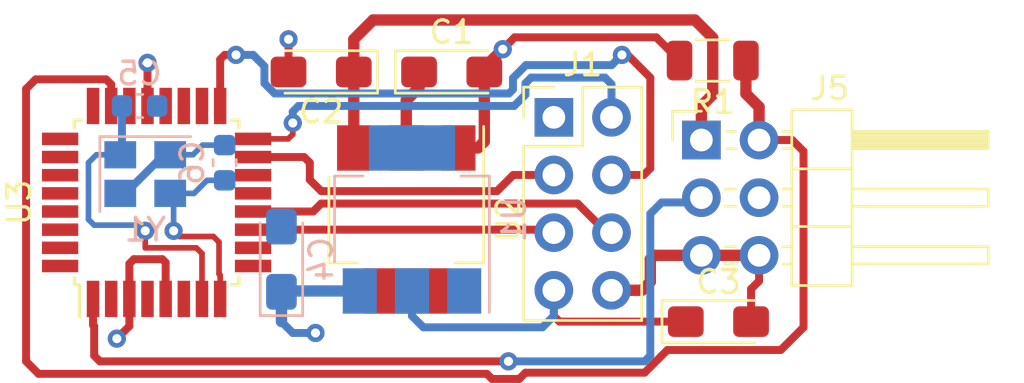
<source format=kicad_pcb>
(kicad_pcb (version 20171130) (host pcbnew 5.1.7-a382d34a8~87~ubuntu18.04.1)

  (general
    (thickness 1.6)
    (drawings 0)
    (tracks 176)
    (zones 0)
    (modules 13)
    (nets 32)
  )

  (page A4)
  (layers
    (0 F.Cu signal)
    (31 B.Cu signal)
    (32 B.Adhes user)
    (33 F.Adhes user)
    (34 B.Paste user)
    (35 F.Paste user)
    (36 B.SilkS user)
    (37 F.SilkS user)
    (38 B.Mask user)
    (39 F.Mask user)
    (40 Dwgs.User user)
    (41 Cmts.User user)
    (42 Eco1.User user)
    (43 Eco2.User user)
    (44 Edge.Cuts user)
    (45 Margin user)
    (46 B.CrtYd user)
    (47 F.CrtYd user)
    (48 B.Fab user)
    (49 F.Fab user)
  )

  (setup
    (last_trace_width 0.35)
    (user_trace_width 0.35)
    (user_trace_width 0.5)
    (trace_clearance 0.2)
    (zone_clearance 0.35)
    (zone_45_only no)
    (trace_min 0.2)
    (via_size 0.8)
    (via_drill 0.4)
    (via_min_size 0.4)
    (via_min_drill 0.3)
    (uvia_size 0.3)
    (uvia_drill 0.1)
    (uvias_allowed no)
    (uvia_min_size 0.2)
    (uvia_min_drill 0.1)
    (edge_width 0.05)
    (segment_width 0.2)
    (pcb_text_width 0.3)
    (pcb_text_size 1.5 1.5)
    (mod_edge_width 0.12)
    (mod_text_size 1 1)
    (mod_text_width 0.15)
    (pad_size 1.4 1.2)
    (pad_drill 0)
    (pad_to_mask_clearance 0)
    (aux_axis_origin 0 0)
    (visible_elements FFFFFF7F)
    (pcbplotparams
      (layerselection 0x010fc_ffffffff)
      (usegerberextensions false)
      (usegerberattributes true)
      (usegerberadvancedattributes true)
      (creategerberjobfile true)
      (excludeedgelayer true)
      (linewidth 0.100000)
      (plotframeref false)
      (viasonmask false)
      (mode 1)
      (useauxorigin false)
      (hpglpennumber 1)
      (hpglpenspeed 20)
      (hpglpendiameter 15.000000)
      (psnegative false)
      (psa4output false)
      (plotreference true)
      (plotvalue true)
      (plotinvisibletext false)
      (padsonsilk false)
      (subtractmaskfromsilk false)
      (outputformat 1)
      (mirror false)
      (drillshape 1)
      (scaleselection 1)
      (outputdirectory ""))
  )

  (net 0 "")
  (net 1 "Net-(C1-Pad1)")
  (net 2 GND)
  (net 3 +5V)
  (net 4 "Net-(C3-Pad1)")
  (net 5 "Net-(C5-Pad2)")
  (net 6 "Net-(C6-Pad2)")
  (net 7 "Net-(J1-Pad1)")
  (net 8 "Net-(J1-Pad2)")
  (net 9 "Net-(J1-Pad3)")
  (net 10 "Net-(J1-Pad4)")
  (net 11 "Net-(J1-Pad5)")
  (net 12 "Net-(J1-Pad6)")
  (net 13 "Net-(J5-Pad2)")
  (net 14 "Net-(J5-Pad3)")
  (net 15 "Net-(U3-Pad2)")
  (net 16 "Net-(U3-Pad9)")
  (net 17 "Net-(U3-Pad10)")
  (net 18 "Net-(U3-Pad13)")
  (net 19 "Net-(U3-Pad14)")
  (net 20 "Net-(U3-Pad19)")
  (net 21 "Net-(U3-Pad20)")
  (net 22 "Net-(U3-Pad22)")
  (net 23 "Net-(U3-Pad24)")
  (net 24 "Net-(U3-Pad25)")
  (net 25 "Net-(U3-Pad26)")
  (net 26 "Net-(U3-Pad27)")
  (net 27 "Net-(U3-Pad28)")
  (net 28 "Net-(U3-Pad29)")
  (net 29 "Net-(U3-Pad30)")
  (net 30 "Net-(U3-Pad31)")
  (net 31 "Net-(U3-Pad32)")

  (net_class Default "This is the default net class."
    (clearance 0.2)
    (trace_width 0.25)
    (via_dia 0.8)
    (via_drill 0.4)
    (uvia_dia 0.3)
    (uvia_drill 0.1)
    (add_net +5V)
    (add_net GND)
    (add_net "Net-(C1-Pad1)")
    (add_net "Net-(C3-Pad1)")
    (add_net "Net-(C5-Pad2)")
    (add_net "Net-(C6-Pad2)")
    (add_net "Net-(J1-Pad1)")
    (add_net "Net-(J1-Pad2)")
    (add_net "Net-(J1-Pad3)")
    (add_net "Net-(J1-Pad4)")
    (add_net "Net-(J1-Pad5)")
    (add_net "Net-(J1-Pad6)")
    (add_net "Net-(J5-Pad2)")
    (add_net "Net-(J5-Pad3)")
    (add_net "Net-(U3-Pad10)")
    (add_net "Net-(U3-Pad13)")
    (add_net "Net-(U3-Pad14)")
    (add_net "Net-(U3-Pad19)")
    (add_net "Net-(U3-Pad2)")
    (add_net "Net-(U3-Pad20)")
    (add_net "Net-(U3-Pad22)")
    (add_net "Net-(U3-Pad24)")
    (add_net "Net-(U3-Pad25)")
    (add_net "Net-(U3-Pad26)")
    (add_net "Net-(U3-Pad27)")
    (add_net "Net-(U3-Pad28)")
    (add_net "Net-(U3-Pad29)")
    (add_net "Net-(U3-Pad30)")
    (add_net "Net-(U3-Pad31)")
    (add_net "Net-(U3-Pad32)")
    (add_net "Net-(U3-Pad9)")
  )

  (module Capacitor_Tantalum_SMD:CP_EIA-3216-18_Kemet-A_Pad1.58x1.35mm_HandSolder (layer F.Cu) (tedit 5EBA9318) (tstamp 60000510)
    (at 138 78.75)
    (descr "Tantalum Capacitor SMD Kemet-A (3216-18 Metric), IPC_7351 nominal, (Body size from: http://www.kemet.com/Lists/ProductCatalog/Attachments/253/KEM_TC101_STD.pdf), generated with kicad-footprint-generator")
    (tags "capacitor tantalum")
    (path /60018CCA)
    (attr smd)
    (fp_text reference C1 (at 0 -1.75) (layer F.SilkS)
      (effects (font (size 1 1) (thickness 0.15)))
    )
    (fp_text value 10uF (at 0 1.75) (layer F.Fab)
      (effects (font (size 1 1) (thickness 0.15)))
    )
    (fp_line (start 2.48 1.05) (end -2.48 1.05) (layer F.CrtYd) (width 0.05))
    (fp_line (start 2.48 -1.05) (end 2.48 1.05) (layer F.CrtYd) (width 0.05))
    (fp_line (start -2.48 -1.05) (end 2.48 -1.05) (layer F.CrtYd) (width 0.05))
    (fp_line (start -2.48 1.05) (end -2.48 -1.05) (layer F.CrtYd) (width 0.05))
    (fp_line (start -2.485 0.935) (end 1.6 0.935) (layer F.SilkS) (width 0.12))
    (fp_line (start -2.485 -0.935) (end -2.485 0.935) (layer F.SilkS) (width 0.12))
    (fp_line (start 1.6 -0.935) (end -2.485 -0.935) (layer F.SilkS) (width 0.12))
    (fp_line (start 1.6 0.8) (end 1.6 -0.8) (layer F.Fab) (width 0.1))
    (fp_line (start -1.6 0.8) (end 1.6 0.8) (layer F.Fab) (width 0.1))
    (fp_line (start -1.6 -0.4) (end -1.6 0.8) (layer F.Fab) (width 0.1))
    (fp_line (start -1.2 -0.8) (end -1.6 -0.4) (layer F.Fab) (width 0.1))
    (fp_line (start 1.6 -0.8) (end -1.2 -0.8) (layer F.Fab) (width 0.1))
    (fp_text user %R (at 0 0) (layer F.Fab)
      (effects (font (size 0.8 0.8) (thickness 0.12)))
    )
    (pad 1 smd roundrect (at -1.4375 0) (size 1.575 1.35) (layers F.Cu F.Paste F.Mask) (roundrect_rratio 0.185185)
      (net 1 "Net-(C1-Pad1)"))
    (pad 2 smd roundrect (at 1.4375 0) (size 1.575 1.35) (layers F.Cu F.Paste F.Mask) (roundrect_rratio 0.185185)
      (net 2 GND))
    (model ${KISYS3DMOD}/Capacitor_Tantalum_SMD.3dshapes/CP_EIA-3216-18_Kemet-A.wrl
      (at (xyz 0 0 0))
      (scale (xyz 1 1 1))
      (rotate (xyz 0 0 0))
    )
  )

  (module Capacitor_Tantalum_SMD:CP_EIA-3216-18_Kemet-A_Pad1.58x1.35mm_HandSolder (layer F.Cu) (tedit 5EBA9318) (tstamp 60000523)
    (at 132.25 78.75 180)
    (descr "Tantalum Capacitor SMD Kemet-A (3216-18 Metric), IPC_7351 nominal, (Body size from: http://www.kemet.com/Lists/ProductCatalog/Attachments/253/KEM_TC101_STD.pdf), generated with kicad-footprint-generator")
    (tags "capacitor tantalum")
    (path /5FFD8ACF)
    (attr smd)
    (fp_text reference C2 (at 0 -1.75) (layer F.SilkS)
      (effects (font (size 1 1) (thickness 0.15)))
    )
    (fp_text value 10uF (at 0 1.75) (layer F.Fab)
      (effects (font (size 1 1) (thickness 0.15)))
    )
    (fp_line (start 2.48 1.05) (end -2.48 1.05) (layer F.CrtYd) (width 0.05))
    (fp_line (start 2.48 -1.05) (end 2.48 1.05) (layer F.CrtYd) (width 0.05))
    (fp_line (start -2.48 -1.05) (end 2.48 -1.05) (layer F.CrtYd) (width 0.05))
    (fp_line (start -2.48 1.05) (end -2.48 -1.05) (layer F.CrtYd) (width 0.05))
    (fp_line (start -2.485 0.935) (end 1.6 0.935) (layer F.SilkS) (width 0.12))
    (fp_line (start -2.485 -0.935) (end -2.485 0.935) (layer F.SilkS) (width 0.12))
    (fp_line (start 1.6 -0.935) (end -2.485 -0.935) (layer F.SilkS) (width 0.12))
    (fp_line (start 1.6 0.8) (end 1.6 -0.8) (layer F.Fab) (width 0.1))
    (fp_line (start -1.6 0.8) (end 1.6 0.8) (layer F.Fab) (width 0.1))
    (fp_line (start -1.6 -0.4) (end -1.6 0.8) (layer F.Fab) (width 0.1))
    (fp_line (start -1.2 -0.8) (end -1.6 -0.4) (layer F.Fab) (width 0.1))
    (fp_line (start 1.6 -0.8) (end -1.2 -0.8) (layer F.Fab) (width 0.1))
    (fp_text user %R (at 0 0) (layer F.Fab)
      (effects (font (size 0.8 0.8) (thickness 0.12)))
    )
    (pad 1 smd roundrect (at -1.4375 0 180) (size 1.575 1.35) (layers F.Cu F.Paste F.Mask) (roundrect_rratio 0.185185)
      (net 3 +5V))
    (pad 2 smd roundrect (at 1.4375 0 180) (size 1.575 1.35) (layers F.Cu F.Paste F.Mask) (roundrect_rratio 0.185185)
      (net 2 GND))
    (model ${KISYS3DMOD}/Capacitor_Tantalum_SMD.3dshapes/CP_EIA-3216-18_Kemet-A.wrl
      (at (xyz 0 0 0))
      (scale (xyz 1 1 1))
      (rotate (xyz 0 0 0))
    )
  )

  (module Capacitor_Tantalum_SMD:CP_EIA-3216-18_Kemet-A_Pad1.58x1.35mm_HandSolder (layer F.Cu) (tedit 5EBA9318) (tstamp 60000536)
    (at 149.75 89.75)
    (descr "Tantalum Capacitor SMD Kemet-A (3216-18 Metric), IPC_7351 nominal, (Body size from: http://www.kemet.com/Lists/ProductCatalog/Attachments/253/KEM_TC101_STD.pdf), generated with kicad-footprint-generator")
    (tags "capacitor tantalum")
    (path /60019463)
    (attr smd)
    (fp_text reference C3 (at 0 -1.75) (layer F.SilkS)
      (effects (font (size 1 1) (thickness 0.15)))
    )
    (fp_text value 10uF (at 0 1.75) (layer F.Fab)
      (effects (font (size 1 1) (thickness 0.15)))
    )
    (fp_line (start 1.6 -0.8) (end -1.2 -0.8) (layer F.Fab) (width 0.1))
    (fp_line (start -1.2 -0.8) (end -1.6 -0.4) (layer F.Fab) (width 0.1))
    (fp_line (start -1.6 -0.4) (end -1.6 0.8) (layer F.Fab) (width 0.1))
    (fp_line (start -1.6 0.8) (end 1.6 0.8) (layer F.Fab) (width 0.1))
    (fp_line (start 1.6 0.8) (end 1.6 -0.8) (layer F.Fab) (width 0.1))
    (fp_line (start 1.6 -0.935) (end -2.485 -0.935) (layer F.SilkS) (width 0.12))
    (fp_line (start -2.485 -0.935) (end -2.485 0.935) (layer F.SilkS) (width 0.12))
    (fp_line (start -2.485 0.935) (end 1.6 0.935) (layer F.SilkS) (width 0.12))
    (fp_line (start -2.48 1.05) (end -2.48 -1.05) (layer F.CrtYd) (width 0.05))
    (fp_line (start -2.48 -1.05) (end 2.48 -1.05) (layer F.CrtYd) (width 0.05))
    (fp_line (start 2.48 -1.05) (end 2.48 1.05) (layer F.CrtYd) (width 0.05))
    (fp_line (start 2.48 1.05) (end -2.48 1.05) (layer F.CrtYd) (width 0.05))
    (fp_text user %R (at 0 0) (layer F.Fab)
      (effects (font (size 0.8 0.8) (thickness 0.12)))
    )
    (pad 2 smd roundrect (at 1.4375 0) (size 1.575 1.35) (layers F.Cu F.Paste F.Mask) (roundrect_rratio 0.185185)
      (net 2 GND))
    (pad 1 smd roundrect (at -1.4375 0) (size 1.575 1.35) (layers F.Cu F.Paste F.Mask) (roundrect_rratio 0.185185)
      (net 4 "Net-(C3-Pad1)"))
    (model ${KISYS3DMOD}/Capacitor_Tantalum_SMD.3dshapes/CP_EIA-3216-18_Kemet-A.wrl
      (at (xyz 0 0 0))
      (scale (xyz 1 1 1))
      (rotate (xyz 0 0 0))
    )
  )

  (module Capacitor_Tantalum_SMD:CP_EIA-3216-18_Kemet-A_Pad1.58x1.35mm_HandSolder (layer B.Cu) (tedit 5EBA9318) (tstamp 60000549)
    (at 130.5 87 90)
    (descr "Tantalum Capacitor SMD Kemet-A (3216-18 Metric), IPC_7351 nominal, (Body size from: http://www.kemet.com/Lists/ProductCatalog/Attachments/253/KEM_TC101_STD.pdf), generated with kicad-footprint-generator")
    (tags "capacitor tantalum")
    (path /5FFD923D)
    (attr smd)
    (fp_text reference C4 (at 0 1.75 270) (layer B.SilkS)
      (effects (font (size 1 1) (thickness 0.15)) (justify mirror))
    )
    (fp_text value 10uF (at 0 -1.75 270) (layer B.Fab)
      (effects (font (size 1 1) (thickness 0.15)) (justify mirror))
    )
    (fp_line (start 1.6 0.8) (end -1.2 0.8) (layer B.Fab) (width 0.1))
    (fp_line (start -1.2 0.8) (end -1.6 0.4) (layer B.Fab) (width 0.1))
    (fp_line (start -1.6 0.4) (end -1.6 -0.8) (layer B.Fab) (width 0.1))
    (fp_line (start -1.6 -0.8) (end 1.6 -0.8) (layer B.Fab) (width 0.1))
    (fp_line (start 1.6 -0.8) (end 1.6 0.8) (layer B.Fab) (width 0.1))
    (fp_line (start 1.6 0.935) (end -2.485 0.935) (layer B.SilkS) (width 0.12))
    (fp_line (start -2.485 0.935) (end -2.485 -0.935) (layer B.SilkS) (width 0.12))
    (fp_line (start -2.485 -0.935) (end 1.6 -0.935) (layer B.SilkS) (width 0.12))
    (fp_line (start -2.48 -1.05) (end -2.48 1.05) (layer B.CrtYd) (width 0.05))
    (fp_line (start -2.48 1.05) (end 2.48 1.05) (layer B.CrtYd) (width 0.05))
    (fp_line (start 2.48 1.05) (end 2.48 -1.05) (layer B.CrtYd) (width 0.05))
    (fp_line (start 2.48 -1.05) (end -2.48 -1.05) (layer B.CrtYd) (width 0.05))
    (fp_text user %R (at 0 0 270) (layer B.Fab)
      (effects (font (size 0.8 0.8) (thickness 0.12)) (justify mirror))
    )
    (pad 2 smd roundrect (at 1.4375 0 90) (size 1.575 1.35) (layers B.Cu B.Paste B.Mask) (roundrect_rratio 0.185185)
      (net 2 GND))
    (pad 1 smd roundrect (at -1.4375 0 90) (size 1.575 1.35) (layers B.Cu B.Paste B.Mask) (roundrect_rratio 0.185185)
      (net 1 "Net-(C1-Pad1)"))
    (model ${KISYS3DMOD}/Capacitor_Tantalum_SMD.3dshapes/CP_EIA-3216-18_Kemet-A.wrl
      (at (xyz 0 0 0))
      (scale (xyz 1 1 1))
      (rotate (xyz 0 0 0))
    )
  )

  (module Capacitor_SMD:C_0603_1608Metric (layer B.Cu) (tedit 5F68FEEE) (tstamp 6000055A)
    (at 124.25 80.25 180)
    (descr "Capacitor SMD 0603 (1608 Metric), square (rectangular) end terminal, IPC_7351 nominal, (Body size source: IPC-SM-782 page 76, https://www.pcb-3d.com/wordpress/wp-content/uploads/ipc-sm-782a_amendment_1_and_2.pdf), generated with kicad-footprint-generator")
    (tags capacitor)
    (path /6007BB89)
    (attr smd)
    (fp_text reference C5 (at 0 1.43) (layer B.SilkS)
      (effects (font (size 1 1) (thickness 0.15)) (justify mirror))
    )
    (fp_text value 16pF (at 0 -1.43) (layer B.Fab)
      (effects (font (size 1 1) (thickness 0.15)) (justify mirror))
    )
    (fp_line (start 1.48 -0.73) (end -1.48 -0.73) (layer B.CrtYd) (width 0.05))
    (fp_line (start 1.48 0.73) (end 1.48 -0.73) (layer B.CrtYd) (width 0.05))
    (fp_line (start -1.48 0.73) (end 1.48 0.73) (layer B.CrtYd) (width 0.05))
    (fp_line (start -1.48 -0.73) (end -1.48 0.73) (layer B.CrtYd) (width 0.05))
    (fp_line (start -0.14058 -0.51) (end 0.14058 -0.51) (layer B.SilkS) (width 0.12))
    (fp_line (start -0.14058 0.51) (end 0.14058 0.51) (layer B.SilkS) (width 0.12))
    (fp_line (start 0.8 -0.4) (end -0.8 -0.4) (layer B.Fab) (width 0.1))
    (fp_line (start 0.8 0.4) (end 0.8 -0.4) (layer B.Fab) (width 0.1))
    (fp_line (start -0.8 0.4) (end 0.8 0.4) (layer B.Fab) (width 0.1))
    (fp_line (start -0.8 -0.4) (end -0.8 0.4) (layer B.Fab) (width 0.1))
    (fp_text user %R (at 0 0) (layer B.Fab)
      (effects (font (size 0.4 0.4) (thickness 0.06)) (justify mirror))
    )
    (pad 1 smd roundrect (at -0.775 0 180) (size 0.9 0.95) (layers B.Cu B.Paste B.Mask) (roundrect_rratio 0.25)
      (net 2 GND))
    (pad 2 smd roundrect (at 0.775 0 180) (size 0.9 0.95) (layers B.Cu B.Paste B.Mask) (roundrect_rratio 0.25)
      (net 5 "Net-(C5-Pad2)"))
    (model ${KISYS3DMOD}/Capacitor_SMD.3dshapes/C_0603_1608Metric.wrl
      (at (xyz 0 0 0))
      (scale (xyz 1 1 1))
      (rotate (xyz 0 0 0))
    )
  )

  (module Capacitor_SMD:C_0603_1608Metric (layer B.Cu) (tedit 5F68FEEE) (tstamp 6000056B)
    (at 128 82.75 270)
    (descr "Capacitor SMD 0603 (1608 Metric), square (rectangular) end terminal, IPC_7351 nominal, (Body size source: IPC-SM-782 page 76, https://www.pcb-3d.com/wordpress/wp-content/uploads/ipc-sm-782a_amendment_1_and_2.pdf), generated with kicad-footprint-generator")
    (tags capacitor)
    (path /6007E78E)
    (attr smd)
    (fp_text reference C6 (at 0 1.43 270) (layer B.SilkS)
      (effects (font (size 1 1) (thickness 0.15)) (justify mirror))
    )
    (fp_text value 16pF (at 0 -1.43 270) (layer B.Fab)
      (effects (font (size 1 1) (thickness 0.15)) (justify mirror))
    )
    (fp_line (start -0.8 -0.4) (end -0.8 0.4) (layer B.Fab) (width 0.1))
    (fp_line (start -0.8 0.4) (end 0.8 0.4) (layer B.Fab) (width 0.1))
    (fp_line (start 0.8 0.4) (end 0.8 -0.4) (layer B.Fab) (width 0.1))
    (fp_line (start 0.8 -0.4) (end -0.8 -0.4) (layer B.Fab) (width 0.1))
    (fp_line (start -0.14058 0.51) (end 0.14058 0.51) (layer B.SilkS) (width 0.12))
    (fp_line (start -0.14058 -0.51) (end 0.14058 -0.51) (layer B.SilkS) (width 0.12))
    (fp_line (start -1.48 -0.73) (end -1.48 0.73) (layer B.CrtYd) (width 0.05))
    (fp_line (start -1.48 0.73) (end 1.48 0.73) (layer B.CrtYd) (width 0.05))
    (fp_line (start 1.48 0.73) (end 1.48 -0.73) (layer B.CrtYd) (width 0.05))
    (fp_line (start 1.48 -0.73) (end -1.48 -0.73) (layer B.CrtYd) (width 0.05))
    (fp_text user %R (at 0 0 270) (layer B.Fab)
      (effects (font (size 0.4 0.4) (thickness 0.06)) (justify mirror))
    )
    (pad 2 smd roundrect (at 0.775 0 270) (size 0.9 0.95) (layers B.Cu B.Paste B.Mask) (roundrect_rratio 0.25)
      (net 6 "Net-(C6-Pad2)"))
    (pad 1 smd roundrect (at -0.775 0 270) (size 0.9 0.95) (layers B.Cu B.Paste B.Mask) (roundrect_rratio 0.25)
      (net 2 GND))
    (model ${KISYS3DMOD}/Capacitor_SMD.3dshapes/C_0603_1608Metric.wrl
      (at (xyz 0 0 0))
      (scale (xyz 1 1 1))
      (rotate (xyz 0 0 0))
    )
  )

  (module Connector_PinHeader_2.54mm:PinHeader_2x04_P2.54mm_Vertical (layer F.Cu) (tedit 59FED5CC) (tstamp 60000589)
    (at 142.5 80.75)
    (descr "Through hole straight pin header, 2x04, 2.54mm pitch, double rows")
    (tags "Through hole pin header THT 2x04 2.54mm double row")
    (path /6008EC02)
    (fp_text reference J1 (at 1.27 -2.33) (layer F.SilkS)
      (effects (font (size 1 1) (thickness 0.15)))
    )
    (fp_text value Conn_02x04_Odd_Even (at 1.27 9.95) (layer F.Fab)
      (effects (font (size 1 1) (thickness 0.15)))
    )
    (fp_line (start 4.35 -1.8) (end -1.8 -1.8) (layer F.CrtYd) (width 0.05))
    (fp_line (start 4.35 9.4) (end 4.35 -1.8) (layer F.CrtYd) (width 0.05))
    (fp_line (start -1.8 9.4) (end 4.35 9.4) (layer F.CrtYd) (width 0.05))
    (fp_line (start -1.8 -1.8) (end -1.8 9.4) (layer F.CrtYd) (width 0.05))
    (fp_line (start -1.33 -1.33) (end 0 -1.33) (layer F.SilkS) (width 0.12))
    (fp_line (start -1.33 0) (end -1.33 -1.33) (layer F.SilkS) (width 0.12))
    (fp_line (start 1.27 -1.33) (end 3.87 -1.33) (layer F.SilkS) (width 0.12))
    (fp_line (start 1.27 1.27) (end 1.27 -1.33) (layer F.SilkS) (width 0.12))
    (fp_line (start -1.33 1.27) (end 1.27 1.27) (layer F.SilkS) (width 0.12))
    (fp_line (start 3.87 -1.33) (end 3.87 8.95) (layer F.SilkS) (width 0.12))
    (fp_line (start -1.33 1.27) (end -1.33 8.95) (layer F.SilkS) (width 0.12))
    (fp_line (start -1.33 8.95) (end 3.87 8.95) (layer F.SilkS) (width 0.12))
    (fp_line (start -1.27 0) (end 0 -1.27) (layer F.Fab) (width 0.1))
    (fp_line (start -1.27 8.89) (end -1.27 0) (layer F.Fab) (width 0.1))
    (fp_line (start 3.81 8.89) (end -1.27 8.89) (layer F.Fab) (width 0.1))
    (fp_line (start 3.81 -1.27) (end 3.81 8.89) (layer F.Fab) (width 0.1))
    (fp_line (start 0 -1.27) (end 3.81 -1.27) (layer F.Fab) (width 0.1))
    (fp_text user %R (at 1.27 3.81 90) (layer F.Fab)
      (effects (font (size 1 1) (thickness 0.15)))
    )
    (pad 1 thru_hole rect (at 0 0) (size 1.7 1.7) (drill 1) (layers *.Cu *.Mask)
      (net 7 "Net-(J1-Pad1)"))
    (pad 2 thru_hole oval (at 2.54 0) (size 1.7 1.7) (drill 1) (layers *.Cu *.Mask)
      (net 8 "Net-(J1-Pad2)"))
    (pad 3 thru_hole oval (at 0 2.54) (size 1.7 1.7) (drill 1) (layers *.Cu *.Mask)
      (net 9 "Net-(J1-Pad3)"))
    (pad 4 thru_hole oval (at 2.54 2.54) (size 1.7 1.7) (drill 1) (layers *.Cu *.Mask)
      (net 10 "Net-(J1-Pad4)"))
    (pad 5 thru_hole oval (at 0 5.08) (size 1.7 1.7) (drill 1) (layers *.Cu *.Mask)
      (net 11 "Net-(J1-Pad5)"))
    (pad 6 thru_hole oval (at 2.54 5.08) (size 1.7 1.7) (drill 1) (layers *.Cu *.Mask)
      (net 12 "Net-(J1-Pad6)"))
    (pad 7 thru_hole oval (at 0 7.62) (size 1.7 1.7) (drill 1) (layers *.Cu *.Mask)
      (net 4 "Net-(C3-Pad1)"))
    (pad 8 thru_hole oval (at 2.54 7.62) (size 1.7 1.7) (drill 1) (layers *.Cu *.Mask)
      (net 2 GND))
    (model ${KISYS3DMOD}/Connector_PinHeader_2.54mm.3dshapes/PinHeader_2x04_P2.54mm_Vertical.wrl
      (at (xyz 0 0 0))
      (scale (xyz 1 1 1))
      (rotate (xyz 0 0 0))
    )
  )

  (module Connector_PinHeader_2.54mm:PinHeader_2x03_P2.54mm_Horizontal (layer F.Cu) (tedit 59FED5CB) (tstamp 600005D2)
    (at 149 81.75)
    (descr "Through hole angled pin header, 2x03, 2.54mm pitch, 6mm pin length, double rows")
    (tags "Through hole angled pin header THT 2x03 2.54mm double row")
    (path /60035038)
    (fp_text reference J5 (at 5.655 -2.27) (layer F.SilkS)
      (effects (font (size 1 1) (thickness 0.15)))
    )
    (fp_text value Conn_02x03_Odd_Even (at 5.655 7.35) (layer F.Fab)
      (effects (font (size 1 1) (thickness 0.15)))
    )
    (fp_line (start 13.1 -1.8) (end -1.8 -1.8) (layer F.CrtYd) (width 0.05))
    (fp_line (start 13.1 6.85) (end 13.1 -1.8) (layer F.CrtYd) (width 0.05))
    (fp_line (start -1.8 6.85) (end 13.1 6.85) (layer F.CrtYd) (width 0.05))
    (fp_line (start -1.8 -1.8) (end -1.8 6.85) (layer F.CrtYd) (width 0.05))
    (fp_line (start -1.27 -1.27) (end 0 -1.27) (layer F.SilkS) (width 0.12))
    (fp_line (start -1.27 0) (end -1.27 -1.27) (layer F.SilkS) (width 0.12))
    (fp_line (start 1.042929 5.46) (end 1.497071 5.46) (layer F.SilkS) (width 0.12))
    (fp_line (start 1.042929 4.7) (end 1.497071 4.7) (layer F.SilkS) (width 0.12))
    (fp_line (start 3.582929 5.46) (end 3.98 5.46) (layer F.SilkS) (width 0.12))
    (fp_line (start 3.582929 4.7) (end 3.98 4.7) (layer F.SilkS) (width 0.12))
    (fp_line (start 12.64 5.46) (end 6.64 5.46) (layer F.SilkS) (width 0.12))
    (fp_line (start 12.64 4.7) (end 12.64 5.46) (layer F.SilkS) (width 0.12))
    (fp_line (start 6.64 4.7) (end 12.64 4.7) (layer F.SilkS) (width 0.12))
    (fp_line (start 3.98 3.81) (end 6.64 3.81) (layer F.SilkS) (width 0.12))
    (fp_line (start 1.042929 2.92) (end 1.497071 2.92) (layer F.SilkS) (width 0.12))
    (fp_line (start 1.042929 2.16) (end 1.497071 2.16) (layer F.SilkS) (width 0.12))
    (fp_line (start 3.582929 2.92) (end 3.98 2.92) (layer F.SilkS) (width 0.12))
    (fp_line (start 3.582929 2.16) (end 3.98 2.16) (layer F.SilkS) (width 0.12))
    (fp_line (start 12.64 2.92) (end 6.64 2.92) (layer F.SilkS) (width 0.12))
    (fp_line (start 12.64 2.16) (end 12.64 2.92) (layer F.SilkS) (width 0.12))
    (fp_line (start 6.64 2.16) (end 12.64 2.16) (layer F.SilkS) (width 0.12))
    (fp_line (start 3.98 1.27) (end 6.64 1.27) (layer F.SilkS) (width 0.12))
    (fp_line (start 1.11 0.38) (end 1.497071 0.38) (layer F.SilkS) (width 0.12))
    (fp_line (start 1.11 -0.38) (end 1.497071 -0.38) (layer F.SilkS) (width 0.12))
    (fp_line (start 3.582929 0.38) (end 3.98 0.38) (layer F.SilkS) (width 0.12))
    (fp_line (start 3.582929 -0.38) (end 3.98 -0.38) (layer F.SilkS) (width 0.12))
    (fp_line (start 6.64 0.28) (end 12.64 0.28) (layer F.SilkS) (width 0.12))
    (fp_line (start 6.64 0.16) (end 12.64 0.16) (layer F.SilkS) (width 0.12))
    (fp_line (start 6.64 0.04) (end 12.64 0.04) (layer F.SilkS) (width 0.12))
    (fp_line (start 6.64 -0.08) (end 12.64 -0.08) (layer F.SilkS) (width 0.12))
    (fp_line (start 6.64 -0.2) (end 12.64 -0.2) (layer F.SilkS) (width 0.12))
    (fp_line (start 6.64 -0.32) (end 12.64 -0.32) (layer F.SilkS) (width 0.12))
    (fp_line (start 12.64 0.38) (end 6.64 0.38) (layer F.SilkS) (width 0.12))
    (fp_line (start 12.64 -0.38) (end 12.64 0.38) (layer F.SilkS) (width 0.12))
    (fp_line (start 6.64 -0.38) (end 12.64 -0.38) (layer F.SilkS) (width 0.12))
    (fp_line (start 6.64 -1.33) (end 3.98 -1.33) (layer F.SilkS) (width 0.12))
    (fp_line (start 6.64 6.41) (end 6.64 -1.33) (layer F.SilkS) (width 0.12))
    (fp_line (start 3.98 6.41) (end 6.64 6.41) (layer F.SilkS) (width 0.12))
    (fp_line (start 3.98 -1.33) (end 3.98 6.41) (layer F.SilkS) (width 0.12))
    (fp_line (start 6.58 5.4) (end 12.58 5.4) (layer F.Fab) (width 0.1))
    (fp_line (start 12.58 4.76) (end 12.58 5.4) (layer F.Fab) (width 0.1))
    (fp_line (start 6.58 4.76) (end 12.58 4.76) (layer F.Fab) (width 0.1))
    (fp_line (start -0.32 5.4) (end 4.04 5.4) (layer F.Fab) (width 0.1))
    (fp_line (start -0.32 4.76) (end -0.32 5.4) (layer F.Fab) (width 0.1))
    (fp_line (start -0.32 4.76) (end 4.04 4.76) (layer F.Fab) (width 0.1))
    (fp_line (start 6.58 2.86) (end 12.58 2.86) (layer F.Fab) (width 0.1))
    (fp_line (start 12.58 2.22) (end 12.58 2.86) (layer F.Fab) (width 0.1))
    (fp_line (start 6.58 2.22) (end 12.58 2.22) (layer F.Fab) (width 0.1))
    (fp_line (start -0.32 2.86) (end 4.04 2.86) (layer F.Fab) (width 0.1))
    (fp_line (start -0.32 2.22) (end -0.32 2.86) (layer F.Fab) (width 0.1))
    (fp_line (start -0.32 2.22) (end 4.04 2.22) (layer F.Fab) (width 0.1))
    (fp_line (start 6.58 0.32) (end 12.58 0.32) (layer F.Fab) (width 0.1))
    (fp_line (start 12.58 -0.32) (end 12.58 0.32) (layer F.Fab) (width 0.1))
    (fp_line (start 6.58 -0.32) (end 12.58 -0.32) (layer F.Fab) (width 0.1))
    (fp_line (start -0.32 0.32) (end 4.04 0.32) (layer F.Fab) (width 0.1))
    (fp_line (start -0.32 -0.32) (end -0.32 0.32) (layer F.Fab) (width 0.1))
    (fp_line (start -0.32 -0.32) (end 4.04 -0.32) (layer F.Fab) (width 0.1))
    (fp_line (start 4.04 -0.635) (end 4.675 -1.27) (layer F.Fab) (width 0.1))
    (fp_line (start 4.04 6.35) (end 4.04 -0.635) (layer F.Fab) (width 0.1))
    (fp_line (start 6.58 6.35) (end 4.04 6.35) (layer F.Fab) (width 0.1))
    (fp_line (start 6.58 -1.27) (end 6.58 6.35) (layer F.Fab) (width 0.1))
    (fp_line (start 4.675 -1.27) (end 6.58 -1.27) (layer F.Fab) (width 0.1))
    (fp_text user %R (at 5.31 2.54 90) (layer F.Fab)
      (effects (font (size 1 1) (thickness 0.15)))
    )
    (pad 1 thru_hole rect (at 0 0) (size 1.7 1.7) (drill 1) (layers *.Cu *.Mask)
      (net 3 +5V))
    (pad 2 thru_hole oval (at 2.54 0) (size 1.7 1.7) (drill 1) (layers *.Cu *.Mask)
      (net 13 "Net-(J5-Pad2)"))
    (pad 3 thru_hole oval (at 0 2.54) (size 1.7 1.7) (drill 1) (layers *.Cu *.Mask)
      (net 14 "Net-(J5-Pad3)"))
    (pad 4 thru_hole oval (at 2.54 2.54) (size 1.7 1.7) (drill 1) (layers *.Cu *.Mask)
      (net 1 "Net-(C1-Pad1)"))
    (pad 5 thru_hole oval (at 0 5.08) (size 1.7 1.7) (drill 1) (layers *.Cu *.Mask)
      (net 2 GND))
    (pad 6 thru_hole oval (at 2.54 5.08) (size 1.7 1.7) (drill 1) (layers *.Cu *.Mask)
      (net 2 GND))
    (model ${KISYS3DMOD}/Connector_PinHeader_2.54mm.3dshapes/PinHeader_2x03_P2.54mm_Horizontal.wrl
      (at (xyz 0 0 0))
      (scale (xyz 1 1 1))
      (rotate (xyz 0 0 0))
    )
  )

  (module Resistor_SMD:R_1206_3216Metric (layer F.Cu) (tedit 5F68FEEE) (tstamp 600005E3)
    (at 149.5 78.25 180)
    (descr "Resistor SMD 1206 (3216 Metric), square (rectangular) end terminal, IPC_7351 nominal, (Body size source: IPC-SM-782 page 72, https://www.pcb-3d.com/wordpress/wp-content/uploads/ipc-sm-782a_amendment_1_and_2.pdf), generated with kicad-footprint-generator")
    (tags resistor)
    (path /60019AA6)
    (attr smd)
    (fp_text reference R1 (at 0 -1.82) (layer F.SilkS)
      (effects (font (size 1 1) (thickness 0.15)))
    )
    (fp_text value 10k (at 0 1.82) (layer F.Fab)
      (effects (font (size 1 1) (thickness 0.15)))
    )
    (fp_line (start 2.28 1.12) (end -2.28 1.12) (layer F.CrtYd) (width 0.05))
    (fp_line (start 2.28 -1.12) (end 2.28 1.12) (layer F.CrtYd) (width 0.05))
    (fp_line (start -2.28 -1.12) (end 2.28 -1.12) (layer F.CrtYd) (width 0.05))
    (fp_line (start -2.28 1.12) (end -2.28 -1.12) (layer F.CrtYd) (width 0.05))
    (fp_line (start -0.727064 0.91) (end 0.727064 0.91) (layer F.SilkS) (width 0.12))
    (fp_line (start -0.727064 -0.91) (end 0.727064 -0.91) (layer F.SilkS) (width 0.12))
    (fp_line (start 1.6 0.8) (end -1.6 0.8) (layer F.Fab) (width 0.1))
    (fp_line (start 1.6 -0.8) (end 1.6 0.8) (layer F.Fab) (width 0.1))
    (fp_line (start -1.6 -0.8) (end 1.6 -0.8) (layer F.Fab) (width 0.1))
    (fp_line (start -1.6 0.8) (end -1.6 -0.8) (layer F.Fab) (width 0.1))
    (fp_text user %R (at 0 0) (layer F.Fab)
      (effects (font (size 0.8 0.8) (thickness 0.12)))
    )
    (pad 1 smd roundrect (at -1.4625 0 180) (size 1.125 1.75) (layers F.Cu F.Paste F.Mask) (roundrect_rratio 0.222222)
      (net 13 "Net-(J5-Pad2)"))
    (pad 2 smd roundrect (at 1.4625 0 180) (size 1.125 1.75) (layers F.Cu F.Paste F.Mask) (roundrect_rratio 0.222222)
      (net 2 GND))
    (model ${KISYS3DMOD}/Resistor_SMD.3dshapes/R_1206_3216Metric.wrl
      (at (xyz 0 0 0))
      (scale (xyz 1 1 1))
      (rotate (xyz 0 0 0))
    )
  )

  (module Package_TO_SOT_SMD:SOT-223 (layer B.Cu) (tedit 5A02FF57) (tstamp 600005F9)
    (at 136.25 85.25 90)
    (descr "module CMS SOT223 4 pins")
    (tags "CMS SOT")
    (path /60017BA7)
    (attr smd)
    (fp_text reference U1 (at 0 4.5 270) (layer B.SilkS)
      (effects (font (size 1 1) (thickness 0.15)) (justify mirror))
    )
    (fp_text value LM1117-3.3 (at 0 -4.5 270) (layer B.Fab)
      (effects (font (size 1 1) (thickness 0.15)) (justify mirror))
    )
    (fp_line (start -1.85 2.3) (end -0.8 3.35) (layer B.Fab) (width 0.1))
    (fp_line (start 1.91 -3.41) (end 1.91 -2.15) (layer B.SilkS) (width 0.12))
    (fp_line (start 1.91 3.41) (end 1.91 2.15) (layer B.SilkS) (width 0.12))
    (fp_line (start 4.4 3.6) (end -4.4 3.6) (layer B.CrtYd) (width 0.05))
    (fp_line (start 4.4 -3.6) (end 4.4 3.6) (layer B.CrtYd) (width 0.05))
    (fp_line (start -4.4 -3.6) (end 4.4 -3.6) (layer B.CrtYd) (width 0.05))
    (fp_line (start -4.4 3.6) (end -4.4 -3.6) (layer B.CrtYd) (width 0.05))
    (fp_line (start -1.85 2.3) (end -1.85 -3.35) (layer B.Fab) (width 0.1))
    (fp_line (start -1.85 -3.41) (end 1.91 -3.41) (layer B.SilkS) (width 0.12))
    (fp_line (start -0.8 3.35) (end 1.85 3.35) (layer B.Fab) (width 0.1))
    (fp_line (start -4.1 3.41) (end 1.91 3.41) (layer B.SilkS) (width 0.12))
    (fp_line (start -1.85 -3.35) (end 1.85 -3.35) (layer B.Fab) (width 0.1))
    (fp_line (start 1.85 3.35) (end 1.85 -3.35) (layer B.Fab) (width 0.1))
    (fp_text user %R (at 0 0) (layer B.Fab)
      (effects (font (size 0.8 0.8) (thickness 0.12)) (justify mirror))
    )
    (pad 1 smd rect (at -3.15 2.3 90) (size 2 1.5) (layers B.Cu B.Paste B.Mask)
      (net 2 GND))
    (pad 3 smd rect (at -3.15 -2.3 90) (size 2 1.5) (layers B.Cu B.Paste B.Mask)
      (net 1 "Net-(C1-Pad1)"))
    (pad 2 smd rect (at -3.15 0 90) (size 2 1.5) (layers B.Cu B.Paste B.Mask)
      (net 4 "Net-(C3-Pad1)"))
    (pad 4 smd rect (at 3.15 0 90) (size 2 3.8) (layers B.Cu B.Paste B.Mask))
    (model ${KISYS3DMOD}/Package_TO_SOT_SMD.3dshapes/SOT-223.wrl
      (at (xyz 0 0 0))
      (scale (xyz 1 1 1))
      (rotate (xyz 0 0 0))
    )
  )

  (module Package_TO_SOT_SMD:SOT-223 (layer F.Cu) (tedit 5A02FF57) (tstamp 6000060F)
    (at 136 85.25 270)
    (descr "module CMS SOT223 4 pins")
    (tags "CMS SOT")
    (path /5FFCF0A2)
    (attr smd)
    (fp_text reference U2 (at 0 -4.5 90) (layer F.SilkS)
      (effects (font (size 1 1) (thickness 0.15)))
    )
    (fp_text value LM1117-5.0 (at 0 4.5 90) (layer F.Fab)
      (effects (font (size 1 1) (thickness 0.15)))
    )
    (fp_line (start 1.85 -3.35) (end 1.85 3.35) (layer F.Fab) (width 0.1))
    (fp_line (start -1.85 3.35) (end 1.85 3.35) (layer F.Fab) (width 0.1))
    (fp_line (start -4.1 -3.41) (end 1.91 -3.41) (layer F.SilkS) (width 0.12))
    (fp_line (start -0.8 -3.35) (end 1.85 -3.35) (layer F.Fab) (width 0.1))
    (fp_line (start -1.85 3.41) (end 1.91 3.41) (layer F.SilkS) (width 0.12))
    (fp_line (start -1.85 -2.3) (end -1.85 3.35) (layer F.Fab) (width 0.1))
    (fp_line (start -4.4 -3.6) (end -4.4 3.6) (layer F.CrtYd) (width 0.05))
    (fp_line (start -4.4 3.6) (end 4.4 3.6) (layer F.CrtYd) (width 0.05))
    (fp_line (start 4.4 3.6) (end 4.4 -3.6) (layer F.CrtYd) (width 0.05))
    (fp_line (start 4.4 -3.6) (end -4.4 -3.6) (layer F.CrtYd) (width 0.05))
    (fp_line (start 1.91 -3.41) (end 1.91 -2.15) (layer F.SilkS) (width 0.12))
    (fp_line (start 1.91 3.41) (end 1.91 2.15) (layer F.SilkS) (width 0.12))
    (fp_line (start -1.85 -2.3) (end -0.8 -3.35) (layer F.Fab) (width 0.1))
    (fp_text user %R (at 0 0) (layer F.Fab)
      (effects (font (size 0.8 0.8) (thickness 0.12)))
    )
    (pad 4 smd rect (at 3.15 0 270) (size 2 3.8) (layers F.Cu F.Paste F.Mask))
    (pad 2 smd rect (at -3.15 0 270) (size 2 1.5) (layers F.Cu F.Paste F.Mask)
      (net 1 "Net-(C1-Pad1)"))
    (pad 3 smd rect (at -3.15 2.3 270) (size 2 1.5) (layers F.Cu F.Paste F.Mask)
      (net 3 +5V))
    (pad 1 smd rect (at -3.15 -2.3 270) (size 2 1.5) (layers F.Cu F.Paste F.Mask)
      (net 2 GND))
    (model ${KISYS3DMOD}/Package_TO_SOT_SMD.3dshapes/SOT-223.wrl
      (at (xyz 0 0 0))
      (scale (xyz 1 1 1))
      (rotate (xyz 0 0 0))
    )
  )

  (module Package_QFP:TQFP-32_7x7mm_P0.8mm (layer F.Cu) (tedit 5A02F146) (tstamp 60000646)
    (at 125 84.5 90)
    (descr "32-Lead Plastic Thin Quad Flatpack (PT) - 7x7x1.0 mm Body, 2.00 mm [TQFP] (see Microchip Packaging Specification 00000049BS.pdf)")
    (tags "QFP 0.8")
    (path /5FFBC651)
    (attr smd)
    (fp_text reference U3 (at 0 -6.05 90) (layer F.SilkS)
      (effects (font (size 1 1) (thickness 0.15)))
    )
    (fp_text value ATmega328-AU (at 0 6.05 90) (layer F.Fab)
      (effects (font (size 1 1) (thickness 0.15)))
    )
    (fp_line (start -3.625 -3.4) (end -5.05 -3.4) (layer F.SilkS) (width 0.15))
    (fp_line (start 3.625 -3.625) (end 3.3 -3.625) (layer F.SilkS) (width 0.15))
    (fp_line (start 3.625 3.625) (end 3.3 3.625) (layer F.SilkS) (width 0.15))
    (fp_line (start -3.625 3.625) (end -3.3 3.625) (layer F.SilkS) (width 0.15))
    (fp_line (start -3.625 -3.625) (end -3.3 -3.625) (layer F.SilkS) (width 0.15))
    (fp_line (start -3.625 3.625) (end -3.625 3.3) (layer F.SilkS) (width 0.15))
    (fp_line (start 3.625 3.625) (end 3.625 3.3) (layer F.SilkS) (width 0.15))
    (fp_line (start 3.625 -3.625) (end 3.625 -3.3) (layer F.SilkS) (width 0.15))
    (fp_line (start -3.625 -3.625) (end -3.625 -3.4) (layer F.SilkS) (width 0.15))
    (fp_line (start -5.3 5.3) (end 5.3 5.3) (layer F.CrtYd) (width 0.05))
    (fp_line (start -5.3 -5.3) (end 5.3 -5.3) (layer F.CrtYd) (width 0.05))
    (fp_line (start 5.3 -5.3) (end 5.3 5.3) (layer F.CrtYd) (width 0.05))
    (fp_line (start -5.3 -5.3) (end -5.3 5.3) (layer F.CrtYd) (width 0.05))
    (fp_line (start -3.5 -2.5) (end -2.5 -3.5) (layer F.Fab) (width 0.15))
    (fp_line (start -3.5 3.5) (end -3.5 -2.5) (layer F.Fab) (width 0.15))
    (fp_line (start 3.5 3.5) (end -3.5 3.5) (layer F.Fab) (width 0.15))
    (fp_line (start 3.5 -3.5) (end 3.5 3.5) (layer F.Fab) (width 0.15))
    (fp_line (start -2.5 -3.5) (end 3.5 -3.5) (layer F.Fab) (width 0.15))
    (fp_text user %R (at 0 0 90) (layer F.Fab)
      (effects (font (size 1 1) (thickness 0.15)))
    )
    (pad 1 smd rect (at -4.25 -2.8 90) (size 1.6 0.55) (layers F.Cu F.Paste F.Mask)
      (net 14 "Net-(J5-Pad3)"))
    (pad 2 smd rect (at -4.25 -2 90) (size 1.6 0.55) (layers F.Cu F.Paste F.Mask)
      (net 15 "Net-(U3-Pad2)"))
    (pad 3 smd rect (at -4.25 -1.2 90) (size 1.6 0.55) (layers F.Cu F.Paste F.Mask)
      (net 2 GND))
    (pad 4 smd rect (at -4.25 -0.4 90) (size 1.6 0.55) (layers F.Cu F.Paste F.Mask)
      (net 1 "Net-(C1-Pad1)"))
    (pad 5 smd rect (at -4.25 0.4 90) (size 1.6 0.55) (layers F.Cu F.Paste F.Mask)
      (net 2 GND))
    (pad 6 smd rect (at -4.25 1.2 90) (size 1.6 0.55) (layers F.Cu F.Paste F.Mask)
      (net 1 "Net-(C1-Pad1)"))
    (pad 7 smd rect (at -4.25 2 90) (size 1.6 0.55) (layers F.Cu F.Paste F.Mask)
      (net 5 "Net-(C5-Pad2)"))
    (pad 8 smd rect (at -4.25 2.8 90) (size 1.6 0.55) (layers F.Cu F.Paste F.Mask)
      (net 6 "Net-(C6-Pad2)"))
    (pad 9 smd rect (at -2.8 4.25 180) (size 1.6 0.55) (layers F.Cu F.Paste F.Mask)
      (net 16 "Net-(U3-Pad9)"))
    (pad 10 smd rect (at -2 4.25 180) (size 1.6 0.55) (layers F.Cu F.Paste F.Mask)
      (net 17 "Net-(U3-Pad10)"))
    (pad 11 smd rect (at -1.2 4.25 180) (size 1.6 0.55) (layers F.Cu F.Paste F.Mask)
      (net 11 "Net-(J1-Pad5)"))
    (pad 12 smd rect (at -0.4 4.25 180) (size 1.6 0.55) (layers F.Cu F.Paste F.Mask)
      (net 12 "Net-(J1-Pad6)"))
    (pad 13 smd rect (at 0.4 4.25 180) (size 1.6 0.55) (layers F.Cu F.Paste F.Mask)
      (net 18 "Net-(U3-Pad13)"))
    (pad 14 smd rect (at 1.2 4.25 180) (size 1.6 0.55) (layers F.Cu F.Paste F.Mask)
      (net 19 "Net-(U3-Pad14)"))
    (pad 15 smd rect (at 2 4.25 180) (size 1.6 0.55) (layers F.Cu F.Paste F.Mask)
      (net 9 "Net-(J1-Pad3)"))
    (pad 16 smd rect (at 2.8 4.25 180) (size 1.6 0.55) (layers F.Cu F.Paste F.Mask)
      (net 8 "Net-(J1-Pad2)"))
    (pad 17 smd rect (at 4.25 2.8 90) (size 1.6 0.55) (layers F.Cu F.Paste F.Mask)
      (net 10 "Net-(J1-Pad4)"))
    (pad 18 smd rect (at 4.25 2 90) (size 1.6 0.55) (layers F.Cu F.Paste F.Mask)
      (net 1 "Net-(C1-Pad1)"))
    (pad 19 smd rect (at 4.25 1.2 90) (size 1.6 0.55) (layers F.Cu F.Paste F.Mask)
      (net 20 "Net-(U3-Pad19)"))
    (pad 20 smd rect (at 4.25 0.4 90) (size 1.6 0.55) (layers F.Cu F.Paste F.Mask)
      (net 21 "Net-(U3-Pad20)"))
    (pad 21 smd rect (at 4.25 -0.4 90) (size 1.6 0.55) (layers F.Cu F.Paste F.Mask)
      (net 2 GND))
    (pad 22 smd rect (at 4.25 -1.2 90) (size 1.6 0.55) (layers F.Cu F.Paste F.Mask)
      (net 22 "Net-(U3-Pad22)"))
    (pad 23 smd rect (at 4.25 -2 90) (size 1.6 0.55) (layers F.Cu F.Paste F.Mask)
      (net 13 "Net-(J5-Pad2)"))
    (pad 24 smd rect (at 4.25 -2.8 90) (size 1.6 0.55) (layers F.Cu F.Paste F.Mask)
      (net 23 "Net-(U3-Pad24)"))
    (pad 25 smd rect (at 2.8 -4.25 180) (size 1.6 0.55) (layers F.Cu F.Paste F.Mask)
      (net 24 "Net-(U3-Pad25)"))
    (pad 26 smd rect (at 2 -4.25 180) (size 1.6 0.55) (layers F.Cu F.Paste F.Mask)
      (net 25 "Net-(U3-Pad26)"))
    (pad 27 smd rect (at 1.2 -4.25 180) (size 1.6 0.55) (layers F.Cu F.Paste F.Mask)
      (net 26 "Net-(U3-Pad27)"))
    (pad 28 smd rect (at 0.4 -4.25 180) (size 1.6 0.55) (layers F.Cu F.Paste F.Mask)
      (net 27 "Net-(U3-Pad28)"))
    (pad 29 smd rect (at -0.4 -4.25 180) (size 1.6 0.55) (layers F.Cu F.Paste F.Mask)
      (net 28 "Net-(U3-Pad29)"))
    (pad 30 smd rect (at -1.2 -4.25 180) (size 1.6 0.55) (layers F.Cu F.Paste F.Mask)
      (net 29 "Net-(U3-Pad30)"))
    (pad 31 smd rect (at -2 -4.25 180) (size 1.6 0.55) (layers F.Cu F.Paste F.Mask)
      (net 30 "Net-(U3-Pad31)"))
    (pad 32 smd rect (at -2.8 -4.25 180) (size 1.6 0.55) (layers F.Cu F.Paste F.Mask)
      (net 31 "Net-(U3-Pad32)"))
    (model ${KISYS3DMOD}/Package_QFP.3dshapes/TQFP-32_7x7mm_P0.8mm.wrl
      (at (xyz 0 0 0))
      (scale (xyz 1 1 1))
      (rotate (xyz 0 0 0))
    )
  )

  (module Crystal:Crystal_SMD_3225-4Pin_3.2x2.5mm (layer B.Cu) (tedit 60001171) (tstamp 6000065A)
    (at 124.5 83.25)
    (descr "SMD Crystal SERIES SMD3225/4 http://www.txccrystal.com/images/pdf/7m-accuracy.pdf, 3.2x2.5mm^2 package")
    (tags "SMD SMT crystal")
    (path /6007950A)
    (attr smd)
    (fp_text reference Y1 (at 0 2.45) (layer B.SilkS)
      (effects (font (size 1 1) (thickness 0.15)) (justify mirror))
    )
    (fp_text value Crystal (at 0 -2.45) (layer B.Fab)
      (effects (font (size 1 1) (thickness 0.15)) (justify mirror))
    )
    (fp_line (start 2.1 1.7) (end -2.1 1.7) (layer B.CrtYd) (width 0.05))
    (fp_line (start 2.1 -1.7) (end 2.1 1.7) (layer B.CrtYd) (width 0.05))
    (fp_line (start -2.1 -1.7) (end 2.1 -1.7) (layer B.CrtYd) (width 0.05))
    (fp_line (start -2.1 1.7) (end -2.1 -1.7) (layer B.CrtYd) (width 0.05))
    (fp_line (start -2 -1.65) (end 2 -1.65) (layer B.SilkS) (width 0.12))
    (fp_line (start -2 1.65) (end -2 -1.65) (layer B.SilkS) (width 0.12))
    (fp_line (start -1.6 -0.25) (end -0.6 -1.25) (layer B.Fab) (width 0.1))
    (fp_line (start 1.6 1.25) (end -1.6 1.25) (layer B.Fab) (width 0.1))
    (fp_line (start 1.6 -1.25) (end 1.6 1.25) (layer B.Fab) (width 0.1))
    (fp_line (start -1.6 -1.25) (end 1.6 -1.25) (layer B.Fab) (width 0.1))
    (fp_line (start -1.6 1.25) (end -1.6 -1.25) (layer B.Fab) (width 0.1))
    (fp_text user %R (at 0 0) (layer B.Fab)
      (effects (font (size 0.7 0.7) (thickness 0.105)) (justify mirror))
    )
    (pad 1 smd rect (at -1.1 -0.85) (size 1.4 1.2) (layers B.Cu B.Paste B.Mask)
      (net 5 "Net-(C5-Pad2)"))
    (pad 2 smd rect (at 1.1 -0.85) (size 1.4 1.2) (layers B.Cu B.Paste B.Mask)
      (net 2 GND))
    (pad 3 smd rect (at 1.1 0.85) (size 1.4 1.2) (layers B.Cu B.Paste B.Mask)
      (net 6 "Net-(C6-Pad2)"))
    (pad 4 smd rect (at -1.1 0.85) (size 1.4 1.2) (layers B.Cu B.Paste B.Mask)
      (net 2 GND))
    (model ${KISYS3DMOD}/Crystal.3dshapes/Crystal_SMD_3225-4Pin_3.2x2.5mm.wrl
      (at (xyz 0 0 0))
      (scale (xyz 1 1 1))
      (rotate (xyz 0 0 0))
    )
  )

  (segment (start 136.5625 78.75) (end 136.5625 79.4375) (width 0.5) (layer F.Cu) (net 1))
  (segment (start 136 80) (end 136 82.1) (width 0.5) (layer F.Cu) (net 1))
  (segment (start 136.5625 79.4375) (end 136 80) (width 0.5) (layer F.Cu) (net 1))
  (segment (start 130.5375 88.4) (end 130.5 88.4375) (width 0.5) (layer B.Cu) (net 1))
  (segment (start 133.95 88.4) (end 130.5375 88.4) (width 0.5) (layer B.Cu) (net 1))
  (segment (start 130.5 88.4375) (end 130.5 89.75) (width 0.5) (layer B.Cu) (net 1))
  (segment (start 130.5 89.75) (end 130.75 90) (width 0.35) (layer B.Cu) (net 1))
  (segment (start 130.75 90) (end 131 90.25) (width 0.35) (layer B.Cu) (net 1))
  (segment (start 131 90.25) (end 132 90.25) (width 0.35) (layer B.Cu) (net 1))
  (segment (start 132 90.25) (end 132 90.25) (width 0.35) (layer B.Cu) (net 1) (tstamp 60003070))
  (via (at 132 90.25) (size 0.8) (drill 0.4) (layers F.Cu B.Cu) (net 1))
  (via (at 123.25 90.5) (size 0.8) (drill 0.4) (layers F.Cu B.Cu) (net 2))
  (segment (start 138.3 82.1) (end 139.15 82.1) (width 0.5) (layer F.Cu) (net 2))
  (segment (start 139.4375 81.8125) (end 139.4375 78.75) (width 0.5) (layer F.Cu) (net 2))
  (segment (start 139.15 82.1) (end 139.4375 81.8125) (width 0.5) (layer F.Cu) (net 2))
  (segment (start 130.8125 78.75) (end 130.8125 77.3125) (width 0.35) (layer F.Cu) (net 2))
  (segment (start 130.8125 77.3125) (end 130.8125 77.3125) (width 0.35) (layer F.Cu) (net 2) (tstamp 6000263A))
  (via (at 130.8125 77.3125) (size 0.8) (drill 0.4) (layers F.Cu B.Cu) (net 2))
  (segment (start 139.4375 78.75) (end 139.4375 78.5625) (width 0.5) (layer F.Cu) (net 2))
  (segment (start 139.4375 78.5625) (end 140.25 77.75) (width 0.5) (layer F.Cu) (net 2))
  (segment (start 140.25 77.75) (end 140.25 77.75) (width 0.5) (layer F.Cu) (net 2) (tstamp 6000264A))
  (via (at 140.25 77.75) (size 0.8) (drill 0.4) (layers F.Cu B.Cu) (net 2))
  (segment (start 125.6 82.4) (end 126.6 82.4) (width 0.25) (layer B.Cu) (net 2))
  (segment (start 127.025 81.975) (end 128 81.975) (width 0.25) (layer B.Cu) (net 2))
  (segment (start 126.6 82.4) (end 127.025 81.975) (width 0.25) (layer B.Cu) (net 2))
  (segment (start 125.324998 82.4) (end 125.6 82.4) (width 0.35) (layer B.Cu) (net 2))
  (segment (start 123.624998 84.1) (end 125.324998 82.4) (width 0.35) (layer B.Cu) (net 2))
  (segment (start 123.4 84.1) (end 123.624998 84.1) (width 0.35) (layer B.Cu) (net 2))
  (segment (start 151.54 86.83) (end 151.54 87.96) (width 0.35) (layer F.Cu) (net 2))
  (segment (start 151.1875 88.3125) (end 151.1875 89.75) (width 0.35) (layer F.Cu) (net 2))
  (segment (start 151.54 87.96) (end 151.1875 88.3125) (width 0.35) (layer F.Cu) (net 2))
  (segment (start 145.04 88.37) (end 146.38 88.37) (width 0.5) (layer F.Cu) (net 2))
  (segment (start 146.38 88.37) (end 146.75 88) (width 0.5) (layer F.Cu) (net 2))
  (segment (start 146.75 88) (end 146.75 87) (width 0.5) (layer F.Cu) (net 2))
  (segment (start 146.92 86.83) (end 149 86.83) (width 0.5) (layer F.Cu) (net 2))
  (segment (start 146.75 87) (end 146.92 86.83) (width 0.5) (layer F.Cu) (net 2))
  (segment (start 149 86.83) (end 151.54 86.83) (width 0.5) (layer F.Cu) (net 2))
  (segment (start 140.775001 77.224999) (end 140.25 77.75) (width 0.35) (layer F.Cu) (net 2))
  (segment (start 147.012499 77.224999) (end 140.775001 77.224999) (width 0.35) (layer F.Cu) (net 2))
  (segment (start 148.0375 78.25) (end 147.012499 77.224999) (width 0.35) (layer F.Cu) (net 2))
  (segment (start 123.8 89.95) (end 123.25 90.5) (width 0.35) (layer F.Cu) (net 2))
  (segment (start 123.8 88.75) (end 123.8 89.95) (width 0.35) (layer F.Cu) (net 2))
  (segment (start 123.8 88.75) (end 123.8 87.2) (width 0.35) (layer F.Cu) (net 2))
  (segment (start 123.8 87.2) (end 124 87) (width 0.35) (layer F.Cu) (net 2))
  (segment (start 124 87) (end 125.25 87) (width 0.35) (layer F.Cu) (net 2))
  (segment (start 125.4 87.15) (end 125.4 88.75) (width 0.35) (layer F.Cu) (net 2))
  (segment (start 125.25 87) (end 125.4 87.15) (width 0.35) (layer F.Cu) (net 2))
  (segment (start 124.6 80.25) (end 124.6 78.35) (width 0.35) (layer F.Cu) (net 2))
  (segment (start 124.6 78.35) (end 124.6 78.35) (width 0.35) (layer F.Cu) (net 2) (tstamp 60003313))
  (via (at 124.6 78.35) (size 0.8) (drill 0.4) (layers F.Cu B.Cu) (net 2))
  (segment (start 133.6875 82.0875) (end 133.7 82.1) (width 0.5) (layer F.Cu) (net 3))
  (segment (start 133.6875 78.75) (end 133.6875 82.0875) (width 0.5) (layer F.Cu) (net 3))
  (segment (start 149 81.75) (end 149 80.25) (width 0.5) (layer F.Cu) (net 3))
  (segment (start 149 80.25) (end 149.5 79.75) (width 0.5) (layer F.Cu) (net 3))
  (segment (start 149.5 79.75) (end 149.5 77.25) (width 0.5) (layer F.Cu) (net 3))
  (segment (start 148.712499 76.462499) (end 134.537501 76.462499) (width 0.5) (layer F.Cu) (net 3))
  (segment (start 149.5 77.25) (end 148.712499 76.462499) (width 0.5) (layer F.Cu) (net 3))
  (segment (start 133.6875 77.3125) (end 133.6875 78.75) (width 0.5) (layer F.Cu) (net 3))
  (segment (start 134.537501 76.462499) (end 133.6875 77.3125) (width 0.5) (layer F.Cu) (net 3))
  (segment (start 148.3125 89.75) (end 142.75 89.75) (width 0.35) (layer F.Cu) (net 4))
  (segment (start 142.5 89.5) (end 142.5 88.37) (width 0.35) (layer F.Cu) (net 4))
  (segment (start 142.75 89.75) (end 142.5 89.5) (width 0.35) (layer F.Cu) (net 4))
  (segment (start 136.25 88.4) (end 136.25 89.5) (width 0.35) (layer B.Cu) (net 4))
  (segment (start 136.25 89.5) (end 136.75 90) (width 0.35) (layer B.Cu) (net 4))
  (segment (start 136.75 90) (end 142 90) (width 0.35) (layer B.Cu) (net 4))
  (segment (start 142.5 89.5) (end 142.5 88.37) (width 0.35) (layer B.Cu) (net 4))
  (segment (start 142 90) (end 142.5 89.5) (width 0.35) (layer B.Cu) (net 4))
  (segment (start 123.4 82.4) (end 122.35 82.4) (width 0.25) (layer B.Cu) (net 5))
  (segment (start 122.35 82.4) (end 122 82.75) (width 0.25) (layer B.Cu) (net 5))
  (segment (start 122 82.75) (end 122 85.25) (width 0.25) (layer B.Cu) (net 5))
  (segment (start 122 85.25) (end 122.25 85.5) (width 0.25) (layer B.Cu) (net 5))
  (segment (start 122.25 85.5) (end 124.25 85.5) (width 0.25) (layer B.Cu) (net 5))
  (segment (start 124.25 85.5) (end 124.5 85.75) (width 0.25) (layer B.Cu) (net 5))
  (segment (start 124.5 85.75) (end 124.5 85.75) (width 0.25) (layer B.Cu) (net 5) (tstamp 60002DC0))
  (via (at 124.5 85.75) (size 0.8) (drill 0.4) (layers F.Cu B.Cu) (net 5))
  (segment (start 124.5 85.75) (end 124.5 86.5) (width 0.25) (layer F.Cu) (net 5))
  (segment (start 124.5 86.5) (end 126.75 86.5) (width 0.25) (layer F.Cu) (net 5))
  (segment (start 127 86.75) (end 127 88.75) (width 0.25) (layer F.Cu) (net 5))
  (segment (start 126.75 86.5) (end 127 86.75) (width 0.25) (layer F.Cu) (net 5))
  (segment (start 123.475 82.325) (end 123.4 82.4) (width 0.35) (layer B.Cu) (net 5))
  (segment (start 123.475 80.25) (end 123.475 82.325) (width 0.35) (layer B.Cu) (net 5))
  (segment (start 127.8 87.7) (end 127.75 87.65) (width 0.25) (layer F.Cu) (net 6))
  (segment (start 127.8 88.75) (end 127.8 87.7) (width 0.25) (layer F.Cu) (net 6))
  (segment (start 127.75 87.65) (end 127.75 86.25) (width 0.25) (layer F.Cu) (net 6))
  (segment (start 127.75 86.25) (end 127.5 86) (width 0.25) (layer F.Cu) (net 6))
  (segment (start 127.5 86) (end 126 86) (width 0.25) (layer F.Cu) (net 6))
  (segment (start 126 86) (end 125.75 85.75) (width 0.25) (layer F.Cu) (net 6))
  (segment (start 125.75 85.75) (end 125.75 85.75) (width 0.25) (layer F.Cu) (net 6) (tstamp 60002DA2))
  (via (at 125.75 85.75) (size 0.8) (drill 0.4) (layers F.Cu B.Cu) (net 6))
  (segment (start 125.75 84.25) (end 125.6 84.1) (width 0.25) (layer B.Cu) (net 6))
  (segment (start 125.75 85.75) (end 125.75 84.25) (width 0.25) (layer B.Cu) (net 6))
  (segment (start 125.6 84.1) (end 126.65 84.1) (width 0.25) (layer B.Cu) (net 6))
  (segment (start 127.225 83.525) (end 128 83.525) (width 0.25) (layer B.Cu) (net 6))
  (segment (start 126.65 84.1) (end 127.225 83.525) (width 0.25) (layer B.Cu) (net 6))
  (via (at 131 81) (size 0.8) (drill 0.4) (layers F.Cu B.Cu) (net 8))
  (segment (start 129.25 81.7) (end 130.8 81.7) (width 0.25) (layer F.Cu) (net 8))
  (segment (start 131 81.5) (end 131 81) (width 0.25) (layer F.Cu) (net 8))
  (segment (start 130.8 81.7) (end 131 81.5) (width 0.25) (layer F.Cu) (net 8))
  (segment (start 131 81) (end 131 80.5) (width 0.35) (layer B.Cu) (net 8))
  (segment (start 131 80.5) (end 131.25 80.25) (width 0.35) (layer B.Cu) (net 8))
  (segment (start 131.25 80.25) (end 140.75 80.25) (width 0.35) (layer B.Cu) (net 8))
  (segment (start 140.75 80.25) (end 141.25 79.75) (width 0.35) (layer B.Cu) (net 8))
  (segment (start 141.25 79.75) (end 141.25 79.25) (width 0.35) (layer B.Cu) (net 8))
  (segment (start 141.25 79.25) (end 141.5 79) (width 0.35) (layer B.Cu) (net 8))
  (segment (start 141.5 79) (end 144.75 79) (width 0.35) (layer B.Cu) (net 8))
  (segment (start 145.04 79.29) (end 145.04 80.75) (width 0.35) (layer B.Cu) (net 8))
  (segment (start 144.75 79) (end 145.04 79.29) (width 0.35) (layer B.Cu) (net 8))
  (segment (start 140.71 83.29) (end 140 84) (width 0.35) (layer F.Cu) (net 9))
  (segment (start 131.5 82.5) (end 129.25 82.5) (width 0.35) (layer F.Cu) (net 9))
  (segment (start 142.5 83.29) (end 140.71 83.29) (width 0.35) (layer F.Cu) (net 9))
  (segment (start 140 84) (end 132.25 84) (width 0.35) (layer F.Cu) (net 9))
  (segment (start 132.25 84) (end 131.75 83.5) (width 0.35) (layer F.Cu) (net 9))
  (segment (start 131.75 83.5) (end 131.75 82.75) (width 0.35) (layer F.Cu) (net 9))
  (segment (start 131.75 82.75) (end 131.5 82.5) (width 0.35) (layer F.Cu) (net 9))
  (segment (start 145.04 83.29) (end 146.46 83.29) (width 0.35) (layer F.Cu) (net 10))
  (segment (start 146.46 83.29) (end 146.75 83) (width 0.35) (layer F.Cu) (net 10))
  (segment (start 146.75 83) (end 146.75 79) (width 0.35) (layer F.Cu) (net 10))
  (segment (start 146.75 79) (end 145.75 78) (width 0.35) (layer F.Cu) (net 10))
  (segment (start 145.75 78) (end 145.5 78) (width 0.35) (layer F.Cu) (net 10))
  (segment (start 145.5 78) (end 145.5 78) (width 0.35) (layer F.Cu) (net 10) (tstamp 600025EF))
  (via (at 145.5 78) (size 0.8) (drill 0.4) (layers F.Cu B.Cu) (net 10))
  (segment (start 145.5 78) (end 145.05001 78.44999) (width 0.35) (layer B.Cu) (net 10))
  (segment (start 141.272179 78.44999) (end 140.69999 79.022179) (width 0.35) (layer B.Cu) (net 10))
  (segment (start 145.05001 78.44999) (end 141.272179 78.44999) (width 0.35) (layer B.Cu) (net 10))
  (segment (start 140.52218 79.69999) (end 130.19999 79.69999) (width 0.35) (layer B.Cu) (net 10))
  (segment (start 140.69999 79.022179) (end 140.69999 79.52218) (width 0.35) (layer B.Cu) (net 10))
  (segment (start 140.69999 79.52218) (end 140.52218 79.69999) (width 0.35) (layer B.Cu) (net 10))
  (segment (start 130.19999 79.69999) (end 129.75 79.25) (width 0.35) (layer B.Cu) (net 10))
  (segment (start 129.75 79.25) (end 129.75 78.5) (width 0.35) (layer B.Cu) (net 10))
  (segment (start 129.75 78.5) (end 129.25 78) (width 0.35) (layer B.Cu) (net 10))
  (segment (start 129.25 78) (end 129.25 78) (width 0.35) (layer B.Cu) (net 10) (tstamp 600025FF))
  (via (at 128.5 78) (size 0.8) (drill 0.4) (layers F.Cu B.Cu) (net 10))
  (segment (start 129.25 78) (end 128.5 78) (width 0.35) (layer B.Cu) (net 10))
  (segment (start 128.5 78) (end 128 78) (width 0.35) (layer F.Cu) (net 10))
  (segment (start 127.8 78.2) (end 127.8 80.25) (width 0.35) (layer F.Cu) (net 10))
  (segment (start 128 78) (end 127.8 78.2) (width 0.35) (layer F.Cu) (net 10))
  (segment (start 142.37 85.7) (end 142.5 85.83) (width 0.35) (layer F.Cu) (net 11))
  (segment (start 129.25 85.7) (end 142.37 85.7) (width 0.35) (layer F.Cu) (net 11))
  (segment (start 143.55001 84.55001) (end 144.83 85.83) (width 0.35) (layer F.Cu) (net 12))
  (segment (start 129.25 84.9) (end 131.90001 84.9) (width 0.35) (layer F.Cu) (net 12))
  (segment (start 144.83 85.83) (end 145.04 85.83) (width 0.35) (layer F.Cu) (net 12))
  (segment (start 132.25 84.55001) (end 143.55001 84.55001) (width 0.35) (layer F.Cu) (net 12))
  (segment (start 131.90001 84.9) (end 132.25 84.55001) (width 0.35) (layer F.Cu) (net 12))
  (segment (start 151.54 80.29) (end 151.54 81.75) (width 0.5) (layer F.Cu) (net 13))
  (segment (start 150.9625 78.25) (end 150.9625 79.7125) (width 0.5) (layer F.Cu) (net 13))
  (segment (start 150.9625 79.7125) (end 151.54 80.29) (width 0.5) (layer F.Cu) (net 13))
  (segment (start 123 79.299998) (end 123 80.25) (width 0.35) (layer F.Cu) (net 13))
  (segment (start 147.5 91) (end 146.5 92) (width 0.35) (layer F.Cu) (net 13))
  (segment (start 153.5 82.25) (end 153.5 90) (width 0.35) (layer F.Cu) (net 13))
  (segment (start 151.54 81.75) (end 153 81.75) (width 0.35) (layer F.Cu) (net 13))
  (segment (start 141.25 92) (end 140.974999 92.275001) (width 0.35) (layer F.Cu) (net 13))
  (segment (start 139.55001 92.05001) (end 119.80001 92.05001) (width 0.35) (layer F.Cu) (net 13))
  (segment (start 153 81.75) (end 153.5 82.25) (width 0.35) (layer F.Cu) (net 13))
  (segment (start 139.775001 92.275001) (end 139.55001 92.05001) (width 0.35) (layer F.Cu) (net 13))
  (segment (start 119.25 79.5) (end 119.675001 79.074999) (width 0.35) (layer F.Cu) (net 13))
  (segment (start 146.5 92) (end 141.25 92) (width 0.35) (layer F.Cu) (net 13))
  (segment (start 153.5 90) (end 152.5 91) (width 0.35) (layer F.Cu) (net 13))
  (segment (start 140.974999 92.275001) (end 139.775001 92.275001) (width 0.35) (layer F.Cu) (net 13))
  (segment (start 152.5 91) (end 147.5 91) (width 0.35) (layer F.Cu) (net 13))
  (segment (start 119.80001 92.05001) (end 119.25 91.5) (width 0.35) (layer F.Cu) (net 13))
  (segment (start 119.25 91.5) (end 119.25 79.5) (width 0.35) (layer F.Cu) (net 13))
  (segment (start 119.675001 79.074999) (end 122.775001 79.074999) (width 0.35) (layer F.Cu) (net 13))
  (segment (start 122.775001 79.074999) (end 123 79.299998) (width 0.35) (layer F.Cu) (net 13))
  (segment (start 122.2 89.9) (end 122.25 89.95) (width 0.35) (layer F.Cu) (net 14))
  (segment (start 122.2 88.75) (end 122.2 89.9) (width 0.35) (layer F.Cu) (net 14))
  (segment (start 122.25 89.95) (end 122.25 91.25) (width 0.35) (layer F.Cu) (net 14))
  (segment (start 122.25 91.25) (end 122.5 91.5) (width 0.35) (layer F.Cu) (net 14))
  (segment (start 122.5 91.5) (end 140.5 91.5) (width 0.35) (layer F.Cu) (net 14))
  (segment (start 140.5 91.5) (end 140.5 91.5) (width 0.35) (layer F.Cu) (net 14) (tstamp 600032A4))
  (via (at 140.5 91.5) (size 0.8) (drill 0.4) (layers F.Cu B.Cu) (net 14))
  (segment (start 146.75 85) (end 147.25 84.5) (width 0.35) (layer B.Cu) (net 14))
  (segment (start 148.79 84.5) (end 149 84.29) (width 0.35) (layer B.Cu) (net 14))
  (segment (start 146.75 91.25) (end 146.75 85) (width 0.35) (layer B.Cu) (net 14))
  (segment (start 147.25 84.5) (end 148.79 84.5) (width 0.35) (layer B.Cu) (net 14))
  (segment (start 140.5 91.5) (end 146.5 91.5) (width 0.35) (layer B.Cu) (net 14))
  (segment (start 146.5 91.5) (end 146.75 91.25) (width 0.35) (layer B.Cu) (net 14))

)

</source>
